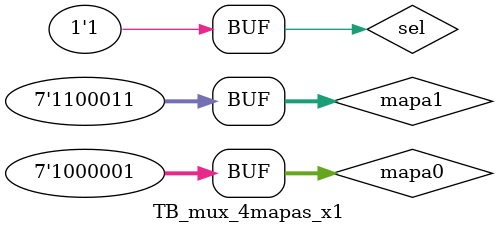
<source format=v>
module mux_4mapas_x1(
  mapa0, mapa1,
  sel,
  out
);
  input [6:0] mapa0, mapa1;
  input  sel;
  output [6:0] out;

  mux_2x1 mux0(mapa0[0], mapa1[0], sel, out[0]);
  mux_2x1 mux1(mapa0[1], mapa1[1], sel, out[1]);
  mux_2x1 mux2(mapa0[2], mapa1[2], sel, out[2]);
  mux_2x1 mux3(mapa0[3], mapa1[3], sel, out[3]);
  mux_2x1 mux4(mapa0[4], mapa1[4], sel, out[4]);
  mux_2x1 mux5(mapa0[5], mapa1[5], sel, out[5]);
  mux_2x1 mux6(mapa0[6], mapa1[6], sel, out[6]);
endmodule

module TB_mux_4mapas_x1();
  reg sel;
  reg [6:0] mapa0, mapa1;
  wire [6:0] out;

  mux_4mapas_x1 mux_4mapas_x1(mapa0, mapa1, sel, out);

  initial begin
    mapa0 = 7'b1000001;
    mapa1 = 7'b1100011;

    sel = 1'b0; #10; // out = 1000001
    sel = 1'b1; #10; // out = 1100011
  end
endmodule
</source>
